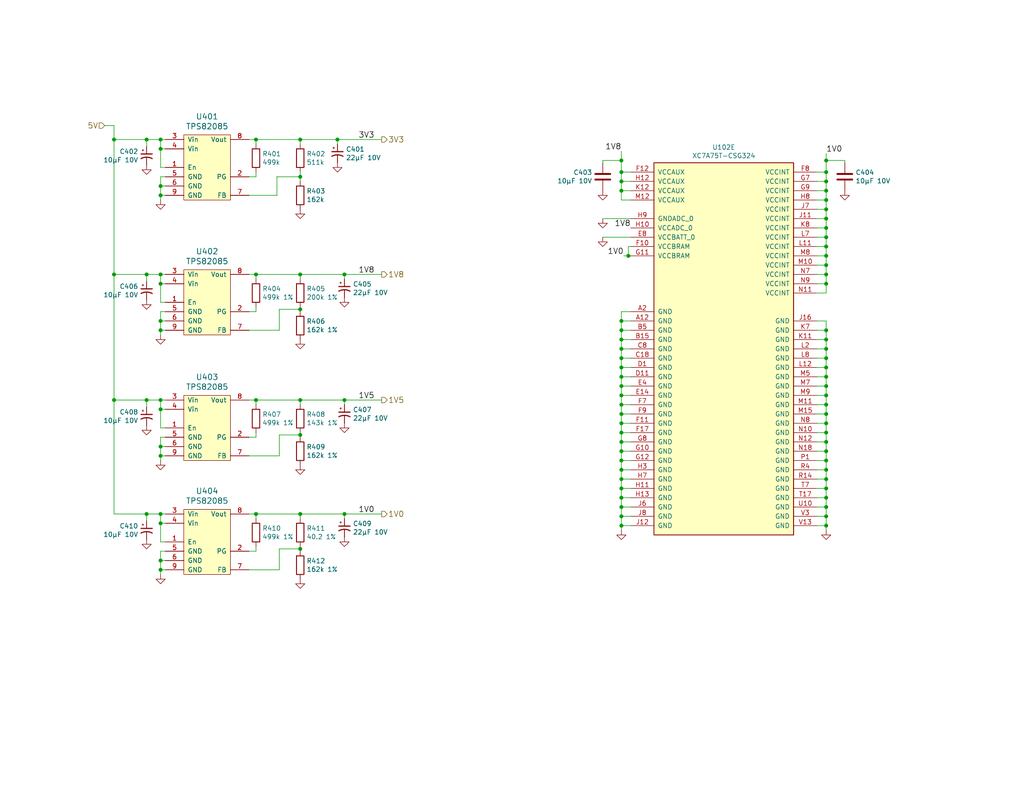
<source format=kicad_sch>
(kicad_sch (version 20230121) (generator eeschema)
  (paper "A")
  (title_block (title "Power") (date "2020-11-16") (rev "0.2"))
  (junction (at 225.425 125.73))
  (junction (at 69.85 140.335))
  (junction (at 169.545 135.89))
  (junction (at 93.98 109.22))
  (junction (at 169.545 52.07))
  (junction (at 225.425 135.89))
  (junction (at 43.815 142.875))
  (junction (at 81.915 149.86))
  (junction (at 225.425 72.39))
  (junction (at 225.425 118.11))
  (junction (at 169.545 120.65))
  (junction (at 43.815 109.22))
  (junction (at 40.005 140.335))
  (junction (at 81.915 84.455))
  (junction (at 43.815 140.335))
  (junction (at 43.815 74.93))
  (junction (at 81.915 38.1))
  (junction (at 81.915 109.22))
  (junction (at 169.545 140.97))
  (junction (at 93.98 140.335))
  (junction (at 43.815 87.63))
  (junction (at 225.425 74.93))
  (junction (at 43.815 155.575))
  (junction (at 69.85 109.22))
  (junction (at 169.545 113.03))
  (junction (at 169.545 43.815))
  (junction (at 225.425 90.17))
  (junction (at 225.425 140.97))
  (junction (at 169.545 143.51))
  (junction (at 225.425 113.03))
  (junction (at 169.545 115.57))
  (junction (at 225.425 110.49))
  (junction (at 225.425 105.41))
  (junction (at 31.115 74.93))
  (junction (at 225.425 107.95))
  (junction (at 43.815 38.1))
  (junction (at 40.005 74.93))
  (junction (at 225.425 46.99))
  (junction (at 225.425 52.07))
  (junction (at 225.425 102.87))
  (junction (at 225.425 128.27))
  (junction (at 225.425 57.15))
  (junction (at 169.545 105.41))
  (junction (at 43.815 90.17))
  (junction (at 169.545 100.33))
  (junction (at 225.425 54.61))
  (junction (at 169.545 125.73))
  (junction (at 225.425 95.25))
  (junction (at 169.545 130.81))
  (junction (at 169.545 133.35))
  (junction (at 169.545 49.53))
  (junction (at 225.425 130.81))
  (junction (at 43.815 53.34))
  (junction (at 225.425 67.31))
  (junction (at 225.425 43.815))
  (junction (at 225.425 97.79))
  (junction (at 225.425 64.77))
  (junction (at 225.425 49.53))
  (junction (at 43.815 153.035))
  (junction (at 225.425 77.47))
  (junction (at 40.005 109.22))
  (junction (at 169.545 110.49))
  (junction (at 93.98 74.93))
  (junction (at 171.45 69.85))
  (junction (at 43.815 111.76))
  (junction (at 169.545 138.43))
  (junction (at 225.425 115.57))
  (junction (at 92.075 38.1))
  (junction (at 43.815 50.8))
  (junction (at 225.425 92.71))
  (junction (at 225.425 62.23))
  (junction (at 169.545 46.99))
  (junction (at 81.915 140.335))
  (junction (at 81.915 118.745))
  (junction (at 225.425 143.51))
  (junction (at 43.815 40.64))
  (junction (at 69.85 38.1))
  (junction (at 81.915 74.93))
  (junction (at 169.545 90.17))
  (junction (at 225.425 69.85))
  (junction (at 225.425 138.43))
  (junction (at 169.545 92.71))
  (junction (at 225.425 123.19))
  (junction (at 169.545 102.87))
  (junction (at 225.425 120.65))
  (junction (at 43.815 77.47))
  (junction (at 31.115 109.22))
  (junction (at 169.545 123.19))
  (junction (at 169.545 97.79))
  (junction (at 225.425 100.33))
  (junction (at 169.545 107.95))
  (junction (at 169.545 95.25))
  (junction (at 225.425 133.35))
  (junction (at 40.005 38.1))
  (junction (at 225.425 59.69))
  (junction (at 43.815 121.92))
  (junction (at 31.115 38.1))
  (junction (at 169.545 128.27))
  (junction (at 43.815 124.46))
  (junction (at 169.545 118.11))
  (junction (at 81.915 48.26))
  (junction (at 169.545 87.63))
  (junction (at 69.85 74.93))
  (wire (pts (xy 172.085 110.49) (xy 169.545 110.49)))
  (wire (pts (xy 225.425 110.49) (xy 225.425 113.03)))
  (wire (pts (xy 169.545 52.07) (xy 169.545 54.61)))
  (wire (pts (xy 225.425 120.65) (xy 225.425 123.19)))
  (wire (pts (xy 222.885 92.71) (xy 225.425 92.71)))
  (wire (pts (xy 172.085 128.27) (xy 169.545 128.27)))
  (wire (pts (xy 43.815 85.09) (xy 45.085 85.09)))
  (wire (pts (xy 225.425 69.85) (xy 225.425 72.39)))
  (wire (pts (xy 40.005 142.24) (xy 40.005 140.335)))
  (wire (pts (xy 225.425 77.47) (xy 225.425 80.01)))
  (wire (pts (xy 45.085 147.955) (xy 43.815 147.955)))
  (wire (pts (xy 225.425 135.89) (xy 225.425 138.43)))
  (wire (pts (xy 222.885 67.31) (xy 225.425 67.31)))
  (wire (pts (xy 225.425 115.57) (xy 225.425 118.11)))
  (wire (pts (xy 172.085 138.43) (xy 169.545 138.43)))
  (wire (pts (xy 43.815 121.92) (xy 43.815 119.38)))
  (wire (pts (xy 45.085 50.8) (xy 43.815 50.8)))
  (wire (pts (xy 43.815 74.93) (xy 45.085 74.93)))
  (wire (pts (xy 169.545 49.53) (xy 169.545 52.07)))
  (wire (pts (xy 172.085 123.19) (xy 169.545 123.19)))
  (wire (pts (xy 43.815 45.72) (xy 43.815 40.64)))
  (wire (pts (xy 45.085 82.55) (xy 43.815 82.55)))
  (wire (pts (xy 93.98 140.335) (xy 104.14 140.335)))
  (wire (pts (xy 81.915 149.86) (xy 81.915 149.225)))
  (wire (pts (xy 172.085 87.63) (xy 169.545 87.63)))
  (wire (pts (xy 43.815 38.1) (xy 40.005 38.1)))
  (wire (pts (xy 81.915 85.09) (xy 81.915 84.455)))
  (wire (pts (xy 172.085 105.41) (xy 169.545 105.41)))
  (wire (pts (xy 225.425 130.81) (xy 225.425 133.35)))
  (wire (pts (xy 169.545 140.97) (xy 169.545 143.51)))
  (wire (pts (xy 225.425 138.43) (xy 225.425 140.97)))
  (wire (pts (xy 225.425 125.73) (xy 225.425 128.27)))
  (wire (pts (xy 172.085 143.51) (xy 169.545 143.51)))
  (wire (pts (xy 43.815 153.035) (xy 43.815 150.495)))
  (wire (pts (xy 222.885 135.89) (xy 225.425 135.89)))
  (wire (pts (xy 169.545 100.33) (xy 169.545 102.87)))
  (wire (pts (xy 31.115 109.22) (xy 40.005 109.22)))
  (wire (pts (xy 172.085 97.79) (xy 169.545 97.79)))
  (wire (pts (xy 172.085 67.31) (xy 171.45 67.31)))
  (wire (pts (xy 222.885 95.25) (xy 225.425 95.25)))
  (wire (pts (xy 43.815 87.63) (xy 43.815 85.09)))
  (wire (pts (xy 172.085 140.97) (xy 169.545 140.97)))
  (wire (pts (xy 69.85 140.335) (xy 81.915 140.335)))
  (wire (pts (xy 225.425 100.33) (xy 225.425 102.87)))
  (wire (pts (xy 169.545 128.27) (xy 169.545 130.81)))
  (wire (pts (xy 169.545 102.87) (xy 169.545 105.41)))
  (wire (pts (xy 43.815 147.955) (xy 43.815 142.875)))
  (wire (pts (xy 43.815 125.73) (xy 43.815 124.46)))
  (wire (pts (xy 222.885 52.07) (xy 225.425 52.07)))
  (wire (pts (xy 225.425 118.11) (xy 225.425 120.65)))
  (wire (pts (xy 67.945 150.495) (xy 69.85 150.495)))
  (wire (pts (xy 225.425 62.23) (xy 225.425 64.77)))
  (wire (pts (xy 69.85 119.38) (xy 69.85 118.11)))
  (wire (pts (xy 81.915 39.37) (xy 81.915 38.1)))
  (wire (pts (xy 172.085 102.87) (xy 169.545 102.87)))
  (wire (pts (xy 69.85 109.22) (xy 69.85 110.49)))
  (wire (pts (xy 81.915 140.335) (xy 93.98 140.335)))
  (wire (pts (xy 222.885 46.99) (xy 225.425 46.99)))
  (wire (pts (xy 169.545 41.275) (xy 169.545 43.815)))
  (wire (pts (xy 222.885 69.85) (xy 225.425 69.85)))
  (wire (pts (xy 40.005 76.835) (xy 40.005 74.93)))
  (wire (pts (xy 169.545 143.51) (xy 169.545 144.78)))
  (wire (pts (xy 45.085 77.47) (xy 43.815 77.47)))
  (wire (pts (xy 172.085 92.71) (xy 169.545 92.71)))
  (wire (pts (xy 43.815 124.46) (xy 43.815 121.92)))
  (wire (pts (xy 225.425 128.27) (xy 225.425 130.81)))
  (wire (pts (xy 43.815 119.38) (xy 45.085 119.38)))
  (wire (pts (xy 81.915 118.745) (xy 81.915 118.11)))
  (wire (pts (xy 172.085 118.11) (xy 169.545 118.11)))
  (wire (pts (xy 169.545 54.61) (xy 172.085 54.61)))
  (wire (pts (xy 164.465 44.45) (xy 164.465 43.815)))
  (wire (pts (xy 225.425 113.03) (xy 225.425 115.57)))
  (wire (pts (xy 45.085 53.34) (xy 43.815 53.34)))
  (wire (pts (xy 222.885 102.87) (xy 225.425 102.87)))
  (wire (pts (xy 225.425 72.39) (xy 225.425 74.93)))
  (wire (pts (xy 81.915 48.26) (xy 75.565 48.26)))
  (wire (pts (xy 222.885 143.51) (xy 225.425 143.51)))
  (wire (pts (xy 225.425 49.53) (xy 225.425 52.07)))
  (wire (pts (xy 75.565 48.26) (xy 75.565 53.34)))
  (wire (pts (xy 222.885 107.95) (xy 225.425 107.95)))
  (wire (pts (xy 169.545 120.65) (xy 169.545 123.19)))
  (wire (pts (xy 45.085 87.63) (xy 43.815 87.63)))
  (wire (pts (xy 81.915 74.93) (xy 93.98 74.93)))
  (wire (pts (xy 81.915 38.1) (xy 92.075 38.1)))
  (wire (pts (xy 69.85 150.495) (xy 69.85 149.225)))
  (wire (pts (xy 43.815 91.44) (xy 43.815 90.17)))
  (wire (pts (xy 172.085 49.53) (xy 169.545 49.53)))
  (wire (pts (xy 43.815 54.61) (xy 43.815 53.34)))
  (wire (pts (xy 81.915 141.605) (xy 81.915 140.335)))
  (wire (pts (xy 172.085 46.99) (xy 169.545 46.99)))
  (wire (pts (xy 45.085 142.875) (xy 43.815 142.875)))
  (wire (pts (xy 222.885 128.27) (xy 225.425 128.27)))
  (wire (pts (xy 45.085 40.64) (xy 43.815 40.64)))
  (wire (pts (xy 45.085 153.035) (xy 43.815 153.035)))
  (wire (pts (xy 222.885 87.63) (xy 225.425 87.63)))
  (wire (pts (xy 31.115 74.93) (xy 31.115 109.22)))
  (wire (pts (xy 76.2 155.575) (xy 67.945 155.575)))
  (wire (pts (xy 225.425 52.07) (xy 225.425 54.61)))
  (wire (pts (xy 169.545 92.71) (xy 169.545 95.25)))
  (wire (pts (xy 169.545 135.89) (xy 169.545 138.43)))
  (wire (pts (xy 222.885 80.01) (xy 225.425 80.01)))
  (wire (pts (xy 222.885 110.49) (xy 225.425 110.49)))
  (wire (pts (xy 69.85 85.09) (xy 67.945 85.09)))
  (wire (pts (xy 169.545 118.11) (xy 169.545 120.65)))
  (wire (pts (xy 69.85 74.93) (xy 81.915 74.93)))
  (wire (pts (xy 225.425 143.51) (xy 225.425 144.78)))
  (wire (pts (xy 43.815 50.8) (xy 43.815 48.26)))
  (wire (pts (xy 169.545 97.79) (xy 169.545 100.33)))
  (wire (pts (xy 169.545 123.19) (xy 169.545 125.73)))
  (wire (pts (xy 164.465 59.69) (xy 172.085 59.69)))
  (wire (pts (xy 76.2 124.46) (xy 67.945 124.46)))
  (wire (pts (xy 69.85 140.335) (xy 69.85 141.605)))
  (wire (pts (xy 222.885 49.53) (xy 225.425 49.53)))
  (wire (pts (xy 40.005 111.125) (xy 40.005 109.22)))
  (wire (pts (xy 43.815 142.875) (xy 43.815 140.335)))
  (wire (pts (xy 28.575 34.29) (xy 31.115 34.29)))
  (wire (pts (xy 31.115 34.29) (xy 31.115 38.1)))
  (wire (pts (xy 222.885 72.39) (xy 225.425 72.39)))
  (wire (pts (xy 76.2 149.86) (xy 76.2 155.575)))
  (wire (pts (xy 67.945 109.22) (xy 69.85 109.22)))
  (wire (pts (xy 75.565 53.34) (xy 67.945 53.34)))
  (wire (pts (xy 225.425 43.815) (xy 225.425 46.99)))
  (wire (pts (xy 225.425 107.95) (xy 225.425 110.49)))
  (wire (pts (xy 169.545 133.35) (xy 169.545 135.89)))
  (wire (pts (xy 43.815 109.22) (xy 40.005 109.22)))
  (wire (pts (xy 169.545 107.95) (xy 169.545 110.49)))
  (wire (pts (xy 222.885 74.93) (xy 225.425 74.93)))
  (wire (pts (xy 170.18 69.85) (xy 171.45 69.85)))
  (wire (pts (xy 43.815 116.84) (xy 43.815 111.76)))
  (wire (pts (xy 43.815 140.335) (xy 45.085 140.335)))
  (wire (pts (xy 222.885 97.79) (xy 225.425 97.79)))
  (wire (pts (xy 222.885 77.47) (xy 225.425 77.47)))
  (wire (pts (xy 225.425 46.99) (xy 225.425 49.53)))
  (wire (pts (xy 225.425 64.77) (xy 225.425 67.31)))
  (wire (pts (xy 225.425 67.31) (xy 225.425 69.85)))
  (wire (pts (xy 67.945 48.26) (xy 69.85 48.26)))
  (wire (pts (xy 225.425 97.79) (xy 225.425 100.33)))
  (wire (pts (xy 172.085 90.17) (xy 169.545 90.17)))
  (wire (pts (xy 172.085 52.07) (xy 169.545 52.07)))
  (wire (pts (xy 43.815 109.22) (xy 45.085 109.22)))
  (wire (pts (xy 45.085 111.76) (xy 43.815 111.76)))
  (wire (pts (xy 43.815 38.1) (xy 45.085 38.1)))
  (wire (pts (xy 172.085 135.89) (xy 169.545 135.89)))
  (wire (pts (xy 43.815 82.55) (xy 43.815 77.47)))
  (wire (pts (xy 31.115 140.335) (xy 40.005 140.335)))
  (wire (pts (xy 222.885 138.43) (xy 225.425 138.43)))
  (wire (pts (xy 230.505 44.45) (xy 230.505 43.815)))
  (wire (pts (xy 93.98 110.49) (xy 93.98 109.22)))
  (wire (pts (xy 169.545 110.49) (xy 169.545 113.03)))
  (wire (pts (xy 169.545 87.63) (xy 169.545 90.17)))
  (wire (pts (xy 81.915 150.495) (xy 81.915 149.86)))
  (wire (pts (xy 43.815 155.575) (xy 43.815 153.035)))
  (wire (pts (xy 172.085 115.57) (xy 169.545 115.57)))
  (wire (pts (xy 31.115 38.1) (xy 40.005 38.1)))
  (wire (pts (xy 69.85 83.82) (xy 69.85 85.09)))
  (wire (pts (xy 169.545 90.17) (xy 169.545 92.71)))
  (wire (pts (xy 225.425 123.19) (xy 225.425 125.73)))
  (wire (pts (xy 225.425 54.61) (xy 225.425 57.15)))
  (wire (pts (xy 222.885 120.65) (xy 225.425 120.65)))
  (wire (pts (xy 31.115 38.1) (xy 31.115 74.93)))
  (wire (pts (xy 67.945 38.1) (xy 69.85 38.1)))
  (wire (pts (xy 225.425 105.41) (xy 225.425 107.95)))
  (wire (pts (xy 81.915 119.38) (xy 81.915 118.745)))
  (wire (pts (xy 171.45 69.85) (xy 171.45 67.31)))
  (wire (pts (xy 43.815 111.76) (xy 43.815 109.22)))
  (wire (pts (xy 43.815 74.93) (xy 40.005 74.93)))
  (wire (pts (xy 45.085 90.17) (xy 43.815 90.17)))
  (wire (pts (xy 222.885 54.61) (xy 225.425 54.61)))
  (wire (pts (xy 164.465 43.815) (xy 169.545 43.815)))
  (wire (pts (xy 169.545 105.41) (xy 169.545 107.95)))
  (wire (pts (xy 169.545 138.43) (xy 169.545 140.97)))
  (wire (pts (xy 222.885 115.57) (xy 225.425 115.57)))
  (wire (pts (xy 172.085 95.25) (xy 169.545 95.25)))
  (wire (pts (xy 45.085 121.92) (xy 43.815 121.92)))
  (wire (pts (xy 225.425 59.69) (xy 225.425 62.23)))
  (wire (pts (xy 172.085 133.35) (xy 169.545 133.35)))
  (wire (pts (xy 81.915 48.26) (xy 81.915 49.53)))
  (wire (pts (xy 45.085 116.84) (xy 43.815 116.84)))
  (wire (pts (xy 92.075 39.37) (xy 92.075 38.1)))
  (wire (pts (xy 169.545 115.57) (xy 169.545 118.11)))
  (wire (pts (xy 67.945 90.17) (xy 76.2 90.17)))
  (wire (pts (xy 81.915 76.2) (xy 81.915 74.93)))
  (wire (pts (xy 69.85 48.26) (xy 69.85 46.99)))
  (wire (pts (xy 169.545 87.63) (xy 169.545 85.09)))
  (wire (pts (xy 40.005 40.005) (xy 40.005 38.1)))
  (wire (pts (xy 81.915 46.99) (xy 81.915 48.26)))
  (wire (pts (xy 222.885 62.23) (xy 225.425 62.23)))
  (wire (pts (xy 222.885 100.33) (xy 225.425 100.33)))
  (wire (pts (xy 222.885 123.19) (xy 225.425 123.19)))
  (wire (pts (xy 76.2 84.455) (xy 81.915 84.455)))
  (wire (pts (xy 222.885 130.81) (xy 225.425 130.81)))
  (wire (pts (xy 67.945 119.38) (xy 69.85 119.38)))
  (wire (pts (xy 81.915 110.49) (xy 81.915 109.22)))
  (wire (pts (xy 43.815 156.845) (xy 43.815 155.575)))
  (wire (pts (xy 222.885 57.15) (xy 225.425 57.15)))
  (wire (pts (xy 45.085 124.46) (xy 43.815 124.46)))
  (wire (pts (xy 93.98 76.2) (xy 93.98 74.93)))
  (wire (pts (xy 169.545 85.09) (xy 172.085 85.09)))
  (wire (pts (xy 76.2 118.745) (xy 76.2 124.46)))
  (wire (pts (xy 225.425 140.97) (xy 225.425 143.51)))
  (wire (pts (xy 69.85 38.1) (xy 69.85 39.37)))
  (wire (pts (xy 31.115 109.22) (xy 31.115 140.335)))
  (wire (pts (xy 45.085 45.72) (xy 43.815 45.72)))
  (wire (pts (xy 164.465 64.77) (xy 172.085 64.77)))
  (wire (pts (xy 81.915 118.745) (xy 76.2 118.745)))
  (wire (pts (xy 169.545 46.99) (xy 169.545 49.53)))
  (wire (pts (xy 222.885 59.69) (xy 225.425 59.69)))
  (wire (pts (xy 76.2 90.17) (xy 76.2 84.455)))
  (wire (pts (xy 169.545 113.03) (xy 169.545 115.57)))
  (wire (pts (xy 225.425 87.63) (xy 225.425 90.17)))
  (wire (pts (xy 230.505 43.815) (xy 225.425 43.815)))
  (wire (pts (xy 222.885 133.35) (xy 225.425 133.35)))
  (wire (pts (xy 43.815 77.47) (xy 43.815 74.93)))
  (wire (pts (xy 222.885 64.77) (xy 225.425 64.77)))
  (wire (pts (xy 69.85 38.1) (xy 81.915 38.1)))
  (wire (pts (xy 43.815 90.17) (xy 43.815 87.63)))
  (wire (pts (xy 222.885 113.03) (xy 225.425 113.03)))
  (wire (pts (xy 81.915 149.86) (xy 76.2 149.86)))
  (wire (pts (xy 225.425 57.15) (xy 225.425 59.69)))
  (wire (pts (xy 67.945 140.335) (xy 69.85 140.335)))
  (wire (pts (xy 93.98 109.22) (xy 104.14 109.22)))
  (wire (pts (xy 225.425 95.25) (xy 225.425 97.79)))
  (wire (pts (xy 172.085 125.73) (xy 169.545 125.73)))
  (wire (pts (xy 81.915 84.455) (xy 81.915 83.82)))
  (wire (pts (xy 67.945 74.93) (xy 69.85 74.93)))
  (wire (pts (xy 222.885 90.17) (xy 225.425 90.17)))
  (wire (pts (xy 169.545 43.815) (xy 169.545 46.99)))
  (wire (pts (xy 43.815 48.26) (xy 45.085 48.26)))
  (wire (pts (xy 43.815 53.34) (xy 43.815 50.8)))
  (wire (pts (xy 222.885 125.73) (xy 225.425 125.73)))
  (wire (pts (xy 172.085 113.03) (xy 169.545 113.03)))
  (wire (pts (xy 45.085 155.575) (xy 43.815 155.575)))
  (wire (pts (xy 225.425 102.87) (xy 225.425 105.41)))
  (wire (pts (xy 69.85 74.93) (xy 69.85 76.2)))
  (wire (pts (xy 43.815 150.495) (xy 45.085 150.495)))
  (wire (pts (xy 172.085 120.65) (xy 169.545 120.65)))
  (wire (pts (xy 169.545 95.25) (xy 169.545 97.79)))
  (wire (pts (xy 93.98 74.93) (xy 104.14 74.93)))
  (wire (pts (xy 43.815 140.335) (xy 40.005 140.335)))
  (wire (pts (xy 172.085 69.85) (xy 171.45 69.85)))
  (wire (pts (xy 93.98 141.605) (xy 93.98 140.335)))
  (wire (pts (xy 31.115 74.93) (xy 40.005 74.93)))
  (wire (pts (xy 222.885 140.97) (xy 225.425 140.97)))
  (wire (pts (xy 172.085 130.81) (xy 169.545 130.81)))
  (wire (pts (xy 222.885 105.41) (xy 225.425 105.41)))
  (wire (pts (xy 69.85 109.22) (xy 81.915 109.22)))
  (wire (pts (xy 169.545 125.73) (xy 169.545 128.27)))
  (wire (pts (xy 81.915 109.22) (xy 93.98 109.22)))
  (wire (pts (xy 225.425 41.91) (xy 225.425 43.815)))
  (wire (pts (xy 225.425 92.71) (xy 225.425 95.25)))
  (wire (pts (xy 169.545 130.81) (xy 169.545 133.35)))
  (wire (pts (xy 43.815 40.64) (xy 43.815 38.1)))
  (wire (pts (xy 225.425 133.35) (xy 225.425 135.89)))
  (wire (pts (xy 172.085 107.95) (xy 169.545 107.95)))
  (wire (pts (xy 172.085 100.33) (xy 169.545 100.33)))
  (wire (pts (xy 92.075 38.1) (xy 104.14 38.1)))
  (wire (pts (xy 222.885 118.11) (xy 225.425 118.11)))
  (wire (pts (xy 225.425 90.17) (xy 225.425 92.71)))
  (wire (pts (xy 225.425 74.93) (xy 225.425 77.47)))
  (label "1V5" (at 97.79 109.22 0) (effects (font (size 1.524 1.524))))
  (label "1V8" (at 97.79 74.93 0) (effects (font (size 1.524 1.524))))
  (label "1V8" (at 172.085 62.23 180) (effects (font (size 1.524 1.524))))
  (label "1V0" (at 97.79 140.335 0) (effects (font (size 1.524 1.524))))
  (label "1V0" (at 170.18 69.85 180) (effects (font (size 1.524 1.524))))
  (label "3V3" (at 97.79 38.1 0) (effects (font (size 1.524 1.524))))
  (label "1V0" (at 225.425 41.91 0) (effects (font (size 1.524 1.524))))
  (label "1V8" (at 169.545 41.275 180) (effects (font (size 1.524 1.524))))
  (hierarchical_label "3V3" (shape output) (at 104.14 38.1 0) (effects (font (size 1.524 1.524))))
  (hierarchical_label "5V" (shape input) (at 28.575 34.29 180) (effects (font (size 1.524 1.524))))
  (hierarchical_label "1V5" (shape output) (at 104.14 109.22 0) (effects (font (size 1.524 1.524))))
  (hierarchical_label "1V8" (shape output) (at 104.14 74.93 0) (effects (font (size 1.524 1.524))))
  (hierarchical_label "1V0" (shape output) (at 104.14 140.335 0) (effects (font (size 1.524 1.524))))
  (symbol (lib_id "myLib:TPS82085") (at 55.245 43.18 0) (unit 1)
    (property "Reference" "U401" (at 56.515 31.8262 0) (effects (font (size 1.524 1.524))))
    (property "Value" "TPS82085" (at 56.515 34.5186 0) (effects (font (size 1.524 1.524))))
    (property "Footprint" "Package_LGA:Texas_SIL0008D_MicroSiP-8-1EP_2.8x3mm_P0.65mm_EP1.1x1.9mm_ThermalVias" (effects hide))
    (property "Datasheet" "http://www.ti.com/lit/ds/symlink/tps82085.pdf" (effects hide))
    (property "manf#" "TPS82085SILT" (effects hide))
  )
  (symbol (lib_id "Device:R") (at 81.915 43.18 0) (unit 1)
    (property "Reference" "R402" (at 83.6422 42.0116 0) (effects (justify left)))
    (property "Value" "511k" (at 83.6422 44.323 0) (effects (justify left)))
    (property "Footprint" "Resistor_SMD:R_0603_1608Metric" (effects hide))
    (property "manf#" "RC0603FR-07511KL" (effects hide))
  )
  (symbol (lib_id "Device:R") (at 81.915 53.34 0) (unit 1)
    (property "Reference" "R403" (at 83.6422 52.1716 0) (effects (justify left)))
    (property "Value" "162k" (at 83.6422 54.483 0) (effects (justify left)))
    (property "Footprint" "Resistor_SMD:R_0603_1608Metric" (effects hide))
    (property "manf#" "RC0603FR-07162KL" (effects hide))
  )
  (symbol (lib_id "Device:R") (at 69.85 43.18 0) (unit 1)
    (property "Reference" "R401" (at 71.5772 42.0116 0) (effects (justify left)))
    (property "Value" "499k" (at 71.5772 44.323 0) (effects (justify left)))
    (property "Footprint" "Resistor_SMD:R_0603_1608Metric" (effects hide))
    (property "manf#" "RC0603FR-07499KL" (effects hide))
  )
  (symbol (lib_id "power:GND") (at 81.915 57.15 0) (unit 1)
    (property "Reference" "#PWR0406" (effects hide))
    (property "Value" "GND" (effects hide))
  )
  (symbol (lib_id "Device:CP1_Small") (at 92.075 41.91 0) (unit 1)
    (property "Reference" "C401" (at 94.3864 40.7416 0) (effects (justify left)))
    (property "Value" "22µF 10V" (at 94.3864 43.053 0) (effects (justify left)))
    (property "Footprint" "Capacitor_SMD:C_0603_1608Metric" (effects hide))
  )
  (symbol (lib_id "Device:CP1_Small") (at 40.005 42.545 0) (unit 1)
    (property "Reference" "C402" (at 37.719 41.3766 0) (effects (justify right)))
    (property "Value" "10µF 10V" (at 37.719 43.688 0) (effects (justify right)))
    (property "Footprint" "Capacitor_SMD:C_0603_1608Metric" (effects hide))
  )
  (symbol (lib_id "power:GND") (at 92.075 44.45 0) (unit 1)
    (property "Reference" "#PWR0401" (effects hide))
    (property "Value" "GND" (effects hide))
  )
  (symbol (lib_id "power:GND") (at 43.815 54.61 0) (unit 1)
    (property "Reference" "#PWR0405" (effects hide))
    (property "Value" "GND" (effects hide))
  )
  (symbol (lib_id "power:GND") (at 40.005 45.085 0) (unit 1)
    (property "Reference" "#PWR0402" (effects hide))
    (property "Value" "GND" (effects hide))
  )
  (symbol (lib_id "power:GND") (at 225.425 144.78 0) (unit 1)
    (property "Reference" "#PWR0418" (effects hide))
    (property "Value" "GND" (effects hide))
  )
  (symbol (lib_id "FPGA_Xilinx_Artix7:XC7A75T-CSG324") (at 197.485 95.25 0) (unit 5)
    (property "Reference" "U102" (at 197.485 40.2082 0))
    (property "Value" "XC7A75T-CSG324" (at 197.485 42.5196 0))
    (property "Footprint" "Package_BGA:Xilinx_CSG324" (effects hide))
    (property "manf#" "XC7A75T-CSG324" (effects hide))
  )
  (symbol (lib_id "power:GND") (at 169.545 144.78 0) (mirror y) (unit 1)
    (property "Reference" "#PWR0417" (effects hide))
    (property "Value" "GND" (effects hide))
  )
  (symbol (lib_id "power:GND") (at 164.465 59.69 0) (mirror y) (unit 1)
    (property "Reference" "#PWR0407" (effects hide))
    (property "Value" "GND" (effects hide))
  )
  (symbol (lib_id "myLib:TPS82085") (at 55.245 80.01 0) (unit 1)
    (property "Reference" "U402" (at 56.515 68.6562 0) (effects (font (size 1.524 1.524))))
    (property "Value" "TPS82085" (at 56.515 71.3486 0) (effects (font (size 1.524 1.524))))
    (property "Footprint" "Package_LGA:Texas_SIL0008D_MicroSiP-8-1EP_2.8x3mm_P0.65mm_EP1.1x1.9mm_ThermalVias" (effects hide))
    (property "Datasheet" "http://www.ti.com/lit/ds/symlink/tps82085.pdf" (effects hide))
    (property "manf#" "TPS82085SILT" (effects hide))
  )
  (symbol (lib_id "Device:R") (at 81.915 80.01 0) (unit 1)
    (property "Reference" "R405" (at 83.6422 78.8416 0) (effects (justify left)))
    (property "Value" "200k 1%" (at 83.6422 81.153 0) (effects (justify left)))
    (property "Footprint" "Resistor_SMD:R_0603_1608Metric" (effects hide))
  )
  (symbol (lib_id "Device:R") (at 81.915 88.9 0) (unit 1)
    (property "Reference" "R406" (at 83.6422 87.7316 0) (effects (justify left)))
    (property "Value" "162k 1%" (at 83.6422 90.043 0) (effects (justify left)))
    (property "Footprint" "Resistor_SMD:R_0603_1608Metric" (effects hide))
  )
  (symbol (lib_id "Device:R") (at 69.85 80.01 0) (unit 1)
    (property "Reference" "R404" (at 71.5772 78.8416 0) (effects (justify left)))
    (property "Value" "499k 1%" (at 71.5772 81.153 0) (effects (justify left)))
    (property "Footprint" "Resistor_SMD:R_0603_1608Metric" (effects hide))
  )
  (symbol (lib_id "power:GND") (at 81.915 92.71 0) (unit 1)
    (property "Reference" "#PWR0412" (effects hide))
    (property "Value" "GND" (effects hide))
  )
  (symbol (lib_id "Device:CP1_Small") (at 93.98 78.74 0) (unit 1)
    (property "Reference" "C405" (at 96.2914 77.5716 0) (effects (justify left)))
    (property "Value" "22µF 10V" (at 96.2914 79.883 0) (effects (justify left)))
    (property "Footprint" "Capacitor_SMD:C_0603_1608Metric" (effects hide))
  )
  (symbol (lib_id "Device:CP1_Small") (at 40.005 79.375 0) (unit 1)
    (property "Reference" "C406" (at 37.719 78.2066 0) (effects (justify right)))
    (property "Value" "10µF 10V" (at 37.719 80.518 0) (effects (justify right)))
    (property "Footprint" "Capacitor_SMD:C_0603_1608Metric" (effects hide))
  )
  (symbol (lib_id "power:GND") (at 93.98 81.28 0) (unit 1)
    (property "Reference" "#PWR0409" (effects hide))
    (property "Value" "GND" (effects hide))
  )
  (symbol (lib_id "power:GND") (at 43.815 91.44 0) (unit 1)
    (property "Reference" "#PWR0411" (effects hide))
    (property "Value" "GND" (effects hide))
  )
  (symbol (lib_id "power:GND") (at 40.005 81.915 0) (unit 1)
    (property "Reference" "#PWR0410" (effects hide))
    (property "Value" "GND" (effects hide))
  )
  (symbol (lib_id "myLib:TPS82085") (at 55.245 114.3 0) (unit 1)
    (property "Reference" "U403" (at 56.515 102.9462 0) (effects (font (size 1.524 1.524))))
    (property "Value" "TPS82085" (at 56.515 105.6386 0) (effects (font (size 1.524 1.524))))
    (property "Footprint" "Package_LGA:Texas_SIL0008D_MicroSiP-8-1EP_2.8x3mm_P0.65mm_EP1.1x1.9mm_ThermalVias" (effects hide))
    (property "Datasheet" "http://www.ti.com/lit/ds/symlink/tps82085.pdf" (effects hide))
    (property "manf#" "TPS82085SILT" (effects hide))
  )
  (symbol (lib_id "Device:R") (at 81.915 114.3 0) (unit 1)
    (property "Reference" "R408" (at 83.6422 113.1316 0) (effects (justify left)))
    (property "Value" "143k 1%" (at 83.6422 115.443 0) (effects (justify left)))
    (property "Footprint" "Resistor_SMD:R_0603_1608Metric" (effects hide))
  )
  (symbol (lib_id "Device:R") (at 81.915 123.19 0) (unit 1)
    (property "Reference" "R409" (at 83.6422 122.0216 0) (effects (justify left)))
    (property "Value" "162k 1%" (at 83.6422 124.333 0) (effects (justify left)))
    (property "Footprint" "Resistor_SMD:R_0603_1608Metric" (effects hide))
  )
  (symbol (lib_id "Device:R") (at 69.85 114.3 0) (unit 1)
    (property "Reference" "R407" (at 71.5772 113.1316 0) (effects (justify left)))
    (property "Value" "499k 1%" (at 71.5772 115.443 0) (effects (justify left)))
    (property "Footprint" "Resistor_SMD:R_0603_1608Metric" (effects hide))
  )
  (symbol (lib_id "power:GND") (at 81.915 127 0) (unit 1)
    (property "Reference" "#PWR0416" (effects hide))
    (property "Value" "GND" (effects hide))
  )
  (symbol (lib_id "Device:CP1_Small") (at 93.98 113.03 0) (unit 1)
    (property "Reference" "C407" (at 96.2914 111.8616 0) (effects (justify left)))
    (property "Value" "22µF 10V" (at 96.2914 114.173 0) (effects (justify left)))
    (property "Footprint" "Capacitor_SMD:C_0603_1608Metric" (effects hide))
  )
  (symbol (lib_id "Device:CP1_Small") (at 40.005 113.665 0) (unit 1)
    (property "Reference" "C408" (at 37.719 112.4966 0) (effects (justify right)))
    (property "Value" "10µF 10V" (at 37.719 114.808 0) (effects (justify right)))
    (property "Footprint" "Capacitor_SMD:C_0603_1608Metric" (effects hide))
  )
  (symbol (lib_id "power:GND") (at 93.98 115.57 0) (unit 1)
    (property "Reference" "#PWR0413" (effects hide))
    (property "Value" "GND" (effects hide))
  )
  (symbol (lib_id "power:GND") (at 43.815 125.73 0) (unit 1)
    (property "Reference" "#PWR0415" (effects hide))
    (property "Value" "GND" (effects hide))
  )
  (symbol (lib_id "power:GND") (at 40.005 116.205 0) (unit 1)
    (property "Reference" "#PWR0414" (effects hide))
    (property "Value" "GND" (effects hide))
  )
  (symbol (lib_id "myLib:TPS82085") (at 55.245 145.415 0) (unit 1)
    (property "Reference" "U404" (at 56.515 134.0612 0) (effects (font (size 1.524 1.524))))
    (property "Value" "TPS82085" (at 56.515 136.7536 0) (effects (font (size 1.524 1.524))))
    (property "Footprint" "Package_LGA:Texas_SIL0008D_MicroSiP-8-1EP_2.8x3mm_P0.65mm_EP1.1x1.9mm_ThermalVias" (effects hide))
    (property "Datasheet" "http://www.ti.com/lit/ds/symlink/tps82085.pdf" (effects hide))
    (property "manf#" "TPS82085SILT" (effects hide))
  )
  (symbol (lib_id "Device:R") (at 81.915 145.415 0) (unit 1)
    (property "Reference" "R411" (at 83.6422 144.2466 0) (effects (justify left)))
    (property "Value" "40.2 1%" (at 83.6422 146.558 0) (effects (justify left)))
    (property "Footprint" "Resistor_SMD:R_0603_1608Metric" (effects hide))
  )
  (symbol (lib_id "Device:R") (at 81.915 154.305 0) (unit 1)
    (property "Reference" "R412" (at 83.6422 153.1366 0) (effects (justify left)))
    (property "Value" "162k 1%" (at 83.6422 155.448 0) (effects (justify left)))
    (property "Footprint" "Resistor_SMD:R_0603_1608Metric" (effects hide))
  )
  (symbol (lib_id "Device:R") (at 69.85 145.415 0) (unit 1)
    (property "Reference" "R410" (at 71.5772 144.2466 0) (effects (justify left)))
    (property "Value" "499k 1%" (at 71.5772 146.558 0) (effects (justify left)))
    (property "Footprint" "Resistor_SMD:R_0603_1608Metric" (effects hide))
  )
  (symbol (lib_id "power:GND") (at 81.915 158.115 0) (unit 1)
    (property "Reference" "#PWR0422" (effects hide))
    (property "Value" "GND" (effects hide))
  )
  (symbol (lib_id "Device:CP1_Small") (at 93.98 144.145 0) (unit 1)
    (property "Reference" "C409" (at 96.2914 142.9766 0) (effects (justify left)))
    (property "Value" "22µF 10V" (at 96.2914 145.288 0) (effects (justify left)))
    (property "Footprint" "Capacitor_SMD:C_0603_1608Metric" (effects hide))
  )
  (symbol (lib_id "Device:CP1_Small") (at 40.005 144.78 0) (unit 1)
    (property "Reference" "C410" (at 37.719 143.6116 0) (effects (justify right)))
    (property "Value" "10µF 10V" (at 37.719 145.923 0) (effects (justify right)))
    (property "Footprint" "Capacitor_SMD:C_0603_1608Metric" (effects hide))
  )
  (symbol (lib_id "power:GND") (at 93.98 146.685 0) (unit 1)
    (property "Reference" "#PWR0419" (effects hide))
    (property "Value" "GND" (effects hide))
  )
  (symbol (lib_id "power:GND") (at 43.815 156.845 0) (unit 1)
    (property "Reference" "#PWR0421" (effects hide))
    (property "Value" "GND" (effects hide))
  )
  (symbol (lib_id "power:GND") (at 40.005 147.32 0) (unit 1)
    (property "Reference" "#PWR0420" (effects hide))
    (property "Value" "GND" (effects hide))
  )
  (symbol (lib_id "Device:C") (at 230.505 48.26 0) (unit 1)
    (property "Reference" "C404" (at 233.426 47.0916 0) (effects (justify left)))
    (property "Value" "10µF 10V" (at 233.426 49.403 0) (effects (justify left)))
    (property "Footprint" "Capacitor_SMD:C_0603_1608Metric" (effects hide))
  )
  (symbol (lib_id "Device:C") (at 164.465 48.26 0) (unit 1)
    (property "Reference" "C403" (at 161.5694 47.0916 0) (effects (justify right)))
    (property "Value" "10µF 10V" (at 161.5694 49.403 0) (effects (justify right)))
    (property "Footprint" "Capacitor_SMD:C_0603_1608Metric" (effects hide))
  )
  (symbol (lib_id "power:GND") (at 164.465 52.07 0) (unit 1)
    (property "Reference" "#PWR0403" (effects hide))
    (property "Value" "GND" (effects hide))
  )
  (symbol (lib_id "power:GND") (at 230.505 52.07 0) (unit 1)
    (property "Reference" "#PWR0404" (effects hide))
    (property "Value" "GND" (effects hide))
  )
  (symbol (lib_id "power:GND") (at 164.465 64.77 0) (mirror y) (unit 1)
    (property "Reference" "#PWR0408" (effects hide))
    (property "Value" "GND" (effects hide))
  )
)
</source>
